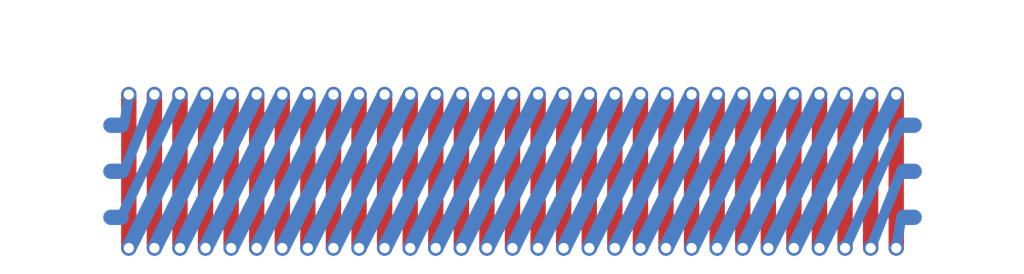
<source format=kicad_pcb>
(kicad_pcb (version 20241229) (generator "pcbnew") (generator_version "9.0")
  (layers (0 "F.Cu" signal) (2 "B.Cu" signal) (13 "F.Paste" user) (15 "B.Paste" user) (5 "F.SilkS" user "F.Silkscreen") (7 "B.SilkS" user "B.Silkscreen") (1 "F.Mask" user) (3 "B.Mask" user) (25 "Edge.Cuts" user))
  (net 0 "")
  (footprint "model_train_footprints:track_connections" (layer "B.Cu") (at 100.25 87)
    (property "Reference" "REF**" (hide yes))
    (property "Value" "track_connections" (hide yes))
    (pad "1" smd oval (at 0 0.9 270) (size 0.3 0.5) (layers "B.Cu" "B.Mask" "B.Paste"))
    (pad "2" smd oval (at 0 0 270) (size 0.3 0.5) (layers "B.Cu" "B.Mask" "B.Paste"))
    (pad "3" smd oval (at 0 -0.9 270) (size 0.3 0.5) (layers "B.Cu" "B.Mask" "B.Paste"))
  )
  (footprint "model_train_footprints:track_connections" (layer "B.Cu") (at 115.75 87)
    (property "Reference" "REF**" (hide yes))
    (property "Value" "track_connections" (hide yes))
    (pad "1" smd oval (at 0 0.9 270) (size 0.3 0.5) (layers "B.Cu" "B.Mask" "B.Paste"))
    (pad "2" smd oval (at 0 0 270) (size 0.3 0.5) (layers "B.Cu" "B.Mask" "B.Paste"))
    (pad "3" smd oval (at 0 -0.9 270) (size 0.3 0.5) (layers "B.Cu" "B.Mask" "B.Paste"))
  )
  (gr_line (start 105.5 85.5) (end 105.5 88.5) (stroke (width 0.3)) (layer "F.Cu"))
  (gr_line (start 115 85.5) (end 115 88.5) (stroke (width 0.3)) (layer "F.Cu"))
  (gr_line (start 102 85.5) (end 102 88.5) (stroke (width 0.3)) (layer "F.Cu"))
  (gr_line (start 108 85.5) (end 108 88.5) (stroke (width 0.3)) (layer "F.Cu"))
  (gr_line (start 112 85.5) (end 112 88.5) (stroke (width 0.3)) (layer "F.Cu"))
  (gr_line (start 113.5 85.5) (end 113.5 88.5) (stroke (width 0.3)) (layer "F.Cu"))
  (gr_line (start 115.5 85.5) (end 115.5 88.5) (stroke (width 0.3)) (layer "F.Cu"))
  (gr_line (start 104.5 85.5) (end 104.5 88.5) (stroke (width 0.3)) (layer "F.Cu"))
  (gr_line (start 102.5 85.5) (end 102.5 88.5) (stroke (width 0.3)) (layer "F.Cu"))
  (gr_line (start 103.5 85.5) (end 103.5 88.5) (stroke (width 0.3)) (layer "F.Cu"))
  (gr_line (start 104 85.5) (end 104 88.5) (stroke (width 0.3)) (layer "F.Cu"))
  (gr_line (start 109 85.5) (end 109 88.5) (stroke (width 0.3)) (layer "F.Cu"))
  (gr_line (start 111 85.5) (end 111 88.5) (stroke (width 0.3)) (layer "F.Cu"))
  (gr_line (start 103 85.5) (end 103 88.5) (stroke (width 0.3)) (layer "F.Cu"))
  (gr_line (start 112.5 85.5) (end 112.5 88.5) (stroke (width 0.3)) (layer "F.Cu"))
  (gr_line (start 110 85.5) (end 110 88.5) (stroke (width 0.3)) (layer "F.Cu"))
  (gr_line (start 113 85.5) (end 113 88.5) (stroke (width 0.3)) (layer "F.Cu"))
  (gr_line (start 110.5 85.5) (end 110.5 88.5) (stroke (width 0.3)) (layer "F.Cu"))
  (gr_line (start 100.5 85.5) (end 100.5 88.5) (stroke (width 0.3)) (layer "F.Cu"))
  (gr_line (start 101.5 85.5) (end 101.5 88.5) (stroke (width 0.3)) (layer "F.Cu"))
  (gr_line (start 109.5 85.5) (end 109.5 88.5) (stroke (width 0.3)) (layer "F.Cu"))
  (gr_line (start 106 85.5) (end 106 88.5) (stroke (width 0.3)) (layer "F.Cu"))
  (gr_line (start 114.5 85.5) (end 114.5 88.5) (stroke (width 0.3)) (layer "F.Cu"))
  (gr_line (start 106.5 85.5) (end 106.5 88.5) (stroke (width 0.3)) (layer "F.Cu"))
  (gr_line (start 105 85.5) (end 105 88.5) (stroke (width 0.3)) (layer "F.Cu"))
  (gr_line (start 108.5 85.5) (end 108.5 88.5) (stroke (width 0.3)) (layer "F.Cu"))
  (gr_line (start 101 85.5) (end 101 88.5) (stroke (width 0.3)) (layer "F.Cu"))
  (gr_line (start 107 85.5) (end 107 88.5) (stroke (width 0.3)) (layer "F.Cu"))
  (gr_line (start 114 85.5) (end 114 88.5) (stroke (width 0.3)) (layer "F.Cu"))
  (gr_line (start 111.5 85.5) (end 111.5 88.5) (stroke (width 0.3)) (layer "F.Cu"))
  (gr_line (start 107.5 85.5) (end 107.5 88.5) (stroke (width 0.3)) (layer "F.Cu"))
  (gr_line (start 112.5 88.5) (end 114 85.5) (stroke (width 0.3)) (layer "B.Cu"))
  (gr_line (start 102 88.5) (end 103.5 85.5) (stroke (width 0.3)) (layer "B.Cu"))
  (gr_line (start 101.5 88.5) (end 103 85.5) (stroke (width 0.3)) (layer "B.Cu"))
  (gr_line (start 114 88.5) (end 115.5 85.5) (stroke (width 0.3)) (layer "B.Cu"))
  (gr_line (start 115 88.5) (end 115.61 86.97) (stroke (width 0.2)) (layer "B.Cu"))
  (gr_line (start 105.5 88.5) (end 107 85.5) (stroke (width 0.3)) (layer "B.Cu"))
  (gr_line (start 114.5 88.5) (end 115.59 86.11) (stroke (width 0.2)) (layer "B.Cu"))
  (gr_line (start 109 88.5) (end 110.5 85.5) (stroke (width 0.3)) (layer "B.Cu"))
  (gr_line (start 113.5 88.5) (end 115 85.5) (stroke (width 0.3)) (layer "B.Cu"))
  (gr_line (start 101.5 85.5) (end 100.34 87.92) (stroke (width 0.2)) (layer "B.Cu"))
  (gr_line (start 109.5 88.5) (end 111 85.5) (stroke (width 0.3)) (layer "B.Cu"))
  (gr_line (start 108 88.5) (end 109.5 85.5) (stroke (width 0.3)) (layer "B.Cu"))
  (gr_line (start 111 88.5) (end 112.5 85.5) (stroke (width 0.3)) (layer "B.Cu"))
  (gr_line (start 110 88.5) (end 111.5 85.5) (stroke (width 0.3)) (layer "B.Cu"))
  (gr_line (start 106 88.5) (end 107.5 85.5) (stroke (width 0.3)) (layer "B.Cu"))
  (gr_line (start 101.01 85.51) (end 100.4 87.02) (stroke (width 0.2)) (layer "B.Cu"))
  (gr_line (start 106.5 88.5) (end 108 85.5) (stroke (width 0.3)) (layer "B.Cu"))
  (gr_line (start 111.5 88.5) (end 113 85.5) (stroke (width 0.3)) (layer "B.Cu"))
  (gr_line (start 107 88.5) (end 108.5 85.5) (stroke (width 0.3)) (layer "B.Cu"))
  (gr_line (start 104.5 88.5) (end 106 85.5) (stroke (width 0.3)) (layer "B.Cu"))
  (gr_line (start 115.5 88.5) (end 115.6 87.89) (stroke (width 0.2)) (layer "B.Cu"))
  (gr_line (start 102.5 88.5) (end 104 85.5) (stroke (width 0.3)) (layer "B.Cu"))
  (gr_line (start 103 88.5) (end 104.5 85.5) (stroke (width 0.3)) (layer "B.Cu"))
  (gr_line (start 107.5 88.5) (end 109 85.5) (stroke (width 0.3)) (layer "B.Cu"))
  (gr_line (start 104 88.5) (end 105.5 85.5) (stroke (width 0.3)) (layer "B.Cu"))
  (gr_line (start 105 88.5) (end 106.5 85.5) (stroke (width 0.3)) (layer "B.Cu"))
  (gr_line (start 103.5 88.5) (end 105 85.5) (stroke (width 0.3)) (layer "B.Cu"))
  (gr_line (start 112 88.5) (end 113.5 85.5) (stroke (width 0.3)) (layer "B.Cu"))
  (gr_line (start 110.5 88.5) (end 112 85.5) (stroke (width 0.3)) (layer "B.Cu"))
  (gr_line (start 108.5 88.5) (end 110 85.5) (stroke (width 0.3)) (layer "B.Cu"))
  (gr_line (start 100.5 88.5) (end 102 85.5) (stroke (width 0.3)) (layer "B.Cu"))
  (gr_line (start 100.51 85.5) (end 100.41 86.08) (stroke (width 0.2)) (layer "B.Cu"))
  (gr_line (start 101 88.5) (end 102.5 85.5) (stroke (width 0.3)) (layer "B.Cu"))
  (gr_line (start 113 88.5) (end 114.5 85.5) (stroke (width 0.3)) (layer "B.Cu"))
  (via (at 101 88.5) (size 0.3) (drill 0.2) (layers "F.Cu" "B.Cu") (net 0))
  (via (at 115.5 85.5) (size 0.3) (drill 0.2) (layers "F.Cu" "B.Cu") (net 0))
  (via (at 111.5 85.5) (size 0.3) (drill 0.2) (layers "F.Cu" "B.Cu") (net 0))
  (via (at 104.5 85.5) (size 0.3) (drill 0.2) (layers "F.Cu" "B.Cu") (net 0))
  (via (at 102 85.5) (size 0.3) (drill 0.2) (layers "F.Cu" "B.Cu") (net 0))
  (via (at 113.5 88.5) (size 0.3) (drill 0.2) (layers "F.Cu" "B.Cu") (net 0))
  (via (at 110.5 85.5) (size 0.3) (drill 0.2) (layers "F.Cu" "B.Cu") (net 0))
  (via (at 112 88.5) (size 0.3) (drill 0.2) (layers "F.Cu" "B.Cu") (net 0))
  (via (at 104 85.5) (size 0.3) (drill 0.2) (layers "F.Cu" "B.Cu") (net 0))
  (via (at 106 85.5) (size 0.3) (drill 0.2) (layers "F.Cu" "B.Cu") (net 0))
  (via (at 101.5 85.5) (size 0.3) (drill 0.2) (layers "F.Cu" "B.Cu") (net 0))
  (via (at 109.5 85.5) (size 0.3) (drill 0.2) (layers "F.Cu" "B.Cu") (net 0))
  (via (at 112 85.5) (size 0.3) (drill 0.2) (layers "F.Cu" "B.Cu") (net 0))
  (via (at 107.5 88.5) (size 0.3) (drill 0.2) (layers "F.Cu" "B.Cu") (net 0))
  (via (at 113 88.5) (size 0.3) (drill 0.2) (layers "F.Cu" "B.Cu") (net 0))
  (via (at 102 88.5) (size 0.3) (drill 0.2) (layers "F.Cu" "B.Cu") (net 0))
  (via (at 112.5 85.5) (size 0.3) (drill 0.2) (layers "F.Cu" "B.Cu") (net 0))
  (via (at 114.5 85.5) (size 0.3) (drill 0.2) (layers "F.Cu" "B.Cu") (net 0))
  (via (at 108 85.5) (size 0.3) (drill 0.2) (layers "F.Cu" "B.Cu") (net 0))
  (via (at 115.5 88.5) (size 0.3) (drill 0.2) (layers "F.Cu" "B.Cu") (net 0))
  (via (at 111 85.5) (size 0.3) (drill 0.2) (layers "F.Cu" "B.Cu") (net 0))
  (via (at 108 88.5) (size 0.3) (drill 0.2) (layers "F.Cu" "B.Cu") (net 0))
  (via (at 105.5 88.5) (size 0.3) (drill 0.2) (layers "F.Cu" "B.Cu") (net 0))
  (via (at 103.5 85.5) (size 0.3) (drill 0.2) (layers "F.Cu" "B.Cu") (net 0))
  (via (at 101 85.5) (size 0.3) (drill 0.2) (layers "F.Cu" "B.Cu") (net 0))
  (via (at 106 88.5) (size 0.3) (drill 0.2) (layers "F.Cu" "B.Cu") (net 0))
  (via (at 109 88.5) (size 0.3) (drill 0.2) (layers "F.Cu" "B.Cu") (net 0))
  (via (at 103.5 88.5) (size 0.3) (drill 0.2) (layers "F.Cu" "B.Cu") (net 0))
  (via (at 107.5 85.5) (size 0.3) (drill 0.2) (layers "F.Cu" "B.Cu") (net 0))
  (via (at 102.5 85.5) (size 0.3) (drill 0.2) (layers "F.Cu" "B.Cu") (net 0))
  (via (at 110 85.5) (size 0.3) (drill 0.2) (layers "F.Cu" "B.Cu") (net 0))
  (via (at 106.5 88.5) (size 0.3) (drill 0.2) (layers "F.Cu" "B.Cu") (net 0))
  (via (at 105 85.5) (size 0.3) (drill 0.2) (layers "F.Cu" "B.Cu") (net 0))
  (via (at 102.5 88.5) (size 0.3) (drill 0.2) (layers "F.Cu" "B.Cu") (net 0))
  (via (at 103 88.5) (size 0.3) (drill 0.2) (layers "F.Cu" "B.Cu") (net 0))
  (via (at 108.5 85.5) (size 0.3) (drill 0.2) (layers "F.Cu" "B.Cu") (net 0))
  (via (at 107 85.5) (size 0.3) (drill 0.2) (layers "F.Cu" "B.Cu") (net 0))
  (via (at 113.5 85.5) (size 0.3) (drill 0.2) (layers "F.Cu" "B.Cu") (net 0))
  (via (at 100.5 88.5) (size 0.3) (drill 0.2) (layers "F.Cu" "B.Cu") (net 0))
  (via (at 104.5 88.5) (size 0.3) (drill 0.2) (layers "F.Cu" "B.Cu") (net 0))
  (via (at 105.5 85.5) (size 0.3) (drill 0.2) (layers "F.Cu" "B.Cu") (net 0))
  (via (at 107 88.5) (size 0.3) (drill 0.2) (layers "F.Cu" "B.Cu") (net 0))
  (via (at 103 85.5) (size 0.3) (drill 0.2) (layers "F.Cu" "B.Cu") (net 0))
  (via (at 115 85.5) (size 0.3) (drill 0.2) (layers "F.Cu" "B.Cu") (net 0))
  (via (at 110.5 88.5) (size 0.3) (drill 0.2) (layers "F.Cu" "B.Cu") (net 0))
  (via (at 114 88.5) (size 0.3) (drill 0.2) (layers "F.Cu" "B.Cu") (net 0))
  (via (at 110 88.5) (size 0.3) (drill 0.2) (layers "F.Cu" "B.Cu") (net 0))
  (via (at 109 85.5) (size 0.3) (drill 0.2) (layers "F.Cu" "B.Cu") (net 0))
  (via (at 112.5 88.5) (size 0.3) (drill 0.2) (layers "F.Cu" "B.Cu") (net 0))
  (via (at 113 85.5) (size 0.3) (drill 0.2) (layers "F.Cu" "B.Cu") (net 0))
  (via (at 111 88.5) (size 0.3) (drill 0.2) (layers "F.Cu" "B.Cu") (net 0))
  (via (at 114 85.5) (size 0.3) (drill 0.2) (layers "F.Cu" "B.Cu") (net 0))
  (via (at 115 88.5) (size 0.3) (drill 0.2) (layers "F.Cu" "B.Cu") (net 0))
  (via (at 109.5 88.5) (size 0.3) (drill 0.2) (layers "F.Cu" "B.Cu") (net 0))
  (via (at 111.5 88.5) (size 0.3) (drill 0.2) (layers "F.Cu" "B.Cu") (net 0))
  (via (at 101.5 88.5) (size 0.3) (drill 0.2) (layers "F.Cu" "B.Cu") (net 0))
  (via (at 100.5 85.5) (size 0.3) (drill 0.2) (layers "F.Cu" "B.Cu") (net 0))
  (via (at 106.5 85.5) (size 0.3) (drill 0.2) (layers "F.Cu" "B.Cu") (net 0))
  (via (at 105 88.5) (size 0.3) (drill 0.2) (layers "F.Cu" "B.Cu") (net 0))
  (via (at 104 88.5) (size 0.3) (drill 0.2) (layers "F.Cu" "B.Cu") (net 0))
  (via (at 114.5 88.5) (size 0.3) (drill 0.2) (layers "F.Cu" "B.Cu") (net 0))
  (via (at 108.5 88.5) (size 0.3) (drill 0.2) (layers "F.Cu" "B.Cu") (net 0))
)
</source>
